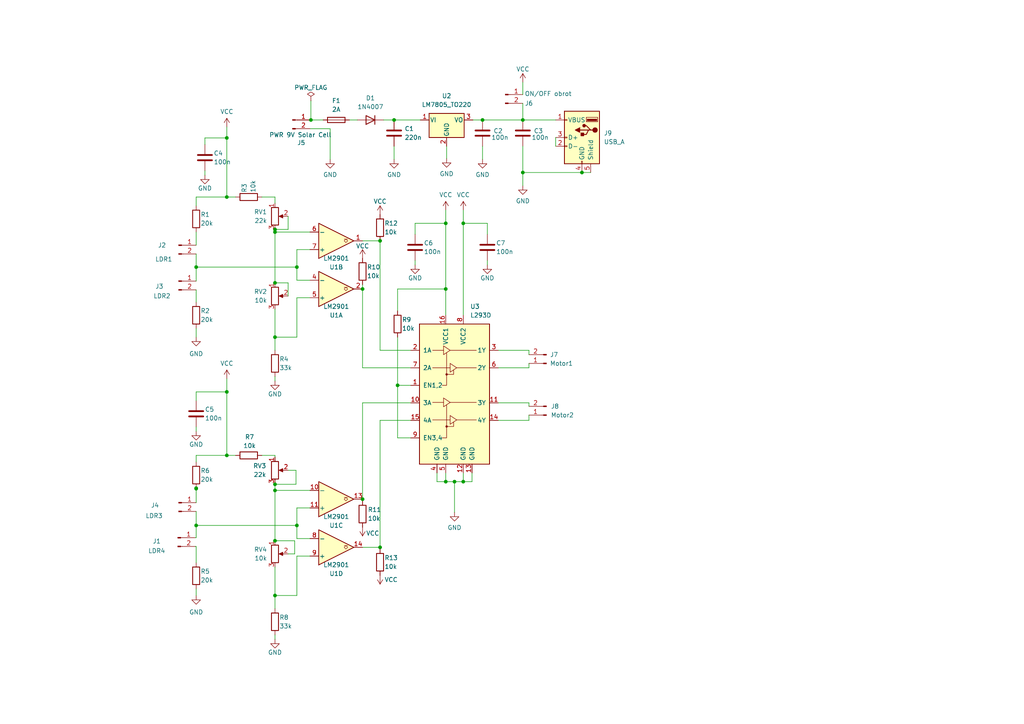
<source format=kicad_sch>
(kicad_sch (version 20211123) (generator eeschema)
  (paper "A4")
  (title_block (title "Dual axis solar tracker") (date "2022-11-30") (company "Damian Jarczok, Politechnika Wrocławska"))
  (lib_symbols
    (symbol "Comparator:LM2901" (pin_names (offset 0.127))
      (property "Reference" "U" (at 0 5.08 0))
      (property "Value" "LM2901" (at 0 -5.08 0))
      (symbol "LM2901_1_1"
        (polyline (pts (xy -5.08 5.08) (xy 5.08 0) (xy -5.08 -5.08) (xy -5.08 5.08)) (stroke (width 0.254)) (fill (type background)))
        (polyline (pts (xy 3.302 -0.508) (xy 2.794 -0.508) (xy 3.302 0) (xy 2.794 0.508) (xy 2.286 0) (xy 2.794 -0.508) (xy 2.286 -0.508)) (stroke (width 0.127)))
        (pin open_collector line (at 7.62 0 180) (length 2.54) (name "~") (number "2"))
        (pin input line (at -7.62 -2.54 0) (length 2.54) (name "-") (number "4"))
        (pin input line (at -7.62 2.54 0) (length 2.54) (name "+") (number "5"))
      )
      (symbol "LM2901_2_1"
        (polyline (pts (xy -5.08 5.08) (xy 5.08 0) (xy -5.08 -5.08) (xy -5.08 5.08)) (stroke (width 0.254)) (fill (type background)))
        (polyline (pts (xy 3.302 -0.508) (xy 2.794 -0.508) (xy 3.302 0) (xy 2.794 0.508) (xy 2.286 0) (xy 2.794 -0.508) (xy 2.286 -0.508)) (stroke (width 0.127)))
        (pin open_collector line (at 7.62 0 180) (length 2.54) (name "~") (number "1"))
        (pin input line (at -7.62 -2.54 0) (length 2.54) (name "-") (number "6"))
        (pin input line (at -7.62 2.54 0) (length 2.54) (name "+") (number "7"))
      )
      (symbol "LM2901_3_1"
        (polyline (pts (xy -5.08 5.08) (xy 5.08 0) (xy -5.08 -5.08) (xy -5.08 5.08)) (stroke (width 0.254)) (fill (type background)))
        (polyline (pts (xy 3.302 -0.508) (xy 2.794 -0.508) (xy 3.302 0) (xy 2.794 0.508) (xy 2.286 0) (xy 2.794 -0.508) (xy 2.286 -0.508)) (stroke (width 0.127)))
        (pin input line (at -7.62 -2.54 0) (length 2.54) (name "-") (number "10"))
        (pin input line (at -7.62 2.54 0) (length 2.54) (name "+") (number "11"))
        (pin open_collector line (at 7.62 0 180) (length 2.54) (name "~") (number "13"))
      )
      (symbol "LM2901_4_1"
        (polyline (pts (xy -5.08 5.08) (xy 5.08 0) (xy -5.08 -5.08) (xy -5.08 5.08)) (stroke (width 0.254)) (fill (type background)))
        (polyline (pts (xy 3.302 -0.508) (xy 2.794 -0.508) (xy 3.302 0) (xy 2.794 0.508) (xy 2.286 0) (xy 2.794 -0.508) (xy 2.286 -0.508)) (stroke (width 0.127)))
        (pin open_collector line (at 7.62 0 180) (length 2.54) (name "~") (number "14"))
        (pin input line (at -7.62 -2.54 0) (length 2.54) (name "-") (number "8"))
        (pin input line (at -7.62 2.54 0) (length 2.54) (name "+") (number "9"))
      )
      (symbol "LM2901_5_1"
        (pin power_in line (at -2.54 -7.62 90) (length 3.81) (name "V-") (number "12"))
        (pin power_in line (at -2.54 7.62 270) (length 3.81) (name "V+") (number "3"))
      )
    )
    (symbol "Connector:Conn_01x02_Male" (pin_names (offset 1.016) hide)
      (property "Reference" "J" (at 0 2.54 0))
      (property "Value" "Conn_01x02_Male" (at 0 -5.08 0))
      (symbol "Conn_01x02_Male_1_1"
        (polyline (pts (xy 1.27 -2.54) (xy 0.8636 -2.54)) (stroke (width 0.1524)))
        (polyline (pts (xy 1.27 0) (xy 0.8636 0)) (stroke (width 0.1524)))
        (rectangle (start 0.8636 -2.413) (end 0 -2.667) (stroke (width 0.1524)) (fill (type outline)))
        (rectangle (start 0.8636 0.127) (end 0 -0.127) (stroke (width 0.1524)) (fill (type outline)))
        (pin passive line (at 5.08 0 180) (length 3.81) (name "Pin_1") (number "1"))
        (pin passive line (at 5.08 -2.54 180) (length 3.81) (name "Pin_2") (number "2"))
      )
    )
    (symbol "Connector:USB_A" (pin_names (offset 1.016))
      (property "Reference" "J" (at -5.08 11.43 0))
      (property "Value" "USB_A" (at -5.08 8.89 0))
      (symbol "USB_A_0_1"
        (rectangle (start -5.08 -7.62) (end 5.08 7.62) (stroke (width 0.254)) (fill (type background)))
        (circle (center -3.81 2.159) (radius 0.635) (stroke (width 0.254)) (fill (type outline)))
        (rectangle (start -1.524 4.826) (end -4.318 5.334) (fill (type outline)))
        (rectangle (start -1.27 4.572) (end -4.572 5.842))
        (circle (center -0.635 3.429) (radius 0.381) (stroke (width 0.254)) (fill (type outline)))
        (rectangle (start -0.127 -7.62) (end 0.127 -6.858))
        (polyline (pts (xy -3.175 2.159) (xy -2.54 2.159) (xy -1.27 3.429) (xy -0.635 3.429)) (stroke (width 0.254)))
        (polyline (pts (xy -2.54 2.159) (xy -1.905 2.159) (xy -1.27 0.889) (xy 0 0.889)) (stroke (width 0.254)))
        (polyline (pts (xy 0.635 2.794) (xy 0.635 1.524) (xy 1.905 2.159) (xy 0.635 2.794)) (stroke (width 0.254)) (fill (type outline)))
        (rectangle (start 0.254 1.27) (end -0.508 0.508) (stroke (width 0.254)) (fill (type outline)))
        (rectangle (start 5.08 -2.667) (end 4.318 -2.413))
        (rectangle (start 5.08 -0.127) (end 4.318 0.127))
        (rectangle (start 5.08 4.953) (end 4.318 5.207))
      )
      (symbol "USB_A_1_1"
        (polyline (pts (xy -1.905 2.159) (xy 0.635 2.159)) (stroke (width 0.254)))
        (pin power_in line (at 7.62 5.08 180) (length 2.54) (name "VBUS") (number "1"))
        (pin bidirectional line (at 7.62 -2.54 180) (length 2.54) (name "D-") (number "2"))
        (pin bidirectional line (at 7.62 0 180) (length 2.54) (name "D+") (number "3"))
        (pin power_in line (at 0 -10.16 90) (length 2.54) (name "GND") (number "4"))
        (pin passive line (at -2.54 -10.16 90) (length 2.54) (name "Shield") (number "5"))
      )
    )
    (symbol "Device:C" (pin_numbers hide) (pin_names (offset 0.254))
      (property "Reference" "C" (at 0.635 2.54 0))
      (property "Value" "C" (at 0.635 -2.54 0))
      (symbol "C_0_1"
        (polyline (pts (xy -2.032 -0.762) (xy 2.032 -0.762)) (stroke (width 0.508)))
        (polyline (pts (xy -2.032 0.762) (xy 2.032 0.762)) (stroke (width 0.508)))
      )
      (symbol "C_1_1"
        (pin passive line (at 0 3.81 270) (length 2.794) (name "~") (number "1"))
        (pin passive line (at 0 -3.81 90) (length 2.794) (name "~") (number "2"))
      )
    )
    (symbol "Device:Fuse" (pin_numbers hide) (pin_names (offset 0))
      (property "Reference" "F" (at 2.032 0 90))
      (property "Value" "Fuse" (at -1.905 0 90))
      (symbol "Fuse_0_1"
        (rectangle (start -0.762 -2.54) (end 0.762 2.54) (stroke (width 0.254)))
        (polyline (pts (xy 0 2.54) (xy 0 -2.54)))
      )
      (symbol "Fuse_1_1"
        (pin passive line (at 0 3.81 270) (length 1.27) (name "~") (number "1"))
        (pin passive line (at 0 -3.81 90) (length 1.27) (name "~") (number "2"))
      )
    )
    (symbol "Device:R" (pin_numbers hide) (pin_names (offset 0))
      (property "Reference" "R" (at 2.032 0 90))
      (property "Value" "R" (at 0 0 90))
      (symbol "R_0_1"
        (rectangle (start -1.016 -2.54) (end 1.016 2.54) (stroke (width 0.254)))
      )
      (symbol "R_1_1"
        (pin passive line (at 0 3.81 270) (length 1.27) (name "~") (number "1"))
        (pin passive line (at 0 -3.81 90) (length 1.27) (name "~") (number "2"))
      )
    )
    (symbol "Device:R_Potentiometer" (pin_names (offset 1.016) hide)
      (property "Reference" "RV" (at -4.445 0 90))
      (property "Value" "R_Potentiometer" (at -2.54 0 90))
      (symbol "R_Potentiometer_0_1"
        (polyline (pts (xy 2.54 0) (xy 1.524 0)))
        (polyline (pts (xy 1.143 0) (xy 2.286 0.508) (xy 2.286 -0.508) (xy 1.143 0)) (fill (type outline)))
        (rectangle (start 1.016 2.54) (end -1.016 -2.54) (stroke (width 0.254)))
      )
      (symbol "R_Potentiometer_1_1"
        (pin passive line (at 0 3.81 270) (length 1.27) (name "1") (number "1"))
        (pin passive line (at 3.81 0 180) (length 1.27) (name "2") (number "2"))
        (pin passive line (at 0 -3.81 90) (length 1.27) (name "3") (number "3"))
      )
    )
    (symbol "Diode:1N4007" (pin_numbers hide) (pin_names hide)
      (property "Reference" "D" (at 0 2.54 0))
      (property "Value" "1N4007" (at 0 -2.54 0))
      (symbol "1N4007_0_1"
        (polyline (pts (xy -1.27 1.27) (xy -1.27 -1.27)) (stroke (width 0.254)))
        (polyline (pts (xy 1.27 0) (xy -1.27 0)))
        (polyline (pts (xy 1.27 1.27) (xy 1.27 -1.27) (xy -1.27 0) (xy 1.27 1.27)) (stroke (width 0.254)))
      )
      (symbol "1N4007_1_1"
        (pin passive line (at -3.81 0 0) (length 2.54) (name "K") (number "1"))
        (pin passive line (at 3.81 0 180) (length 2.54) (name "A") (number "2"))
      )
    )
    (symbol "Driver_Motor:L293D" (pin_names (offset 1.016))
      (property "Reference" "U" (at -5.08 26.035 0))
      (property "Value" "L293D" (at -5.08 24.13 0))
      (symbol "L293D_0_1"
        (rectangle (start -10.16 22.86) (end 10.16 -17.78) (stroke (width 0.254)) (fill (type background)))
        (circle (center -2.286 -6.858) (radius 0.254) (fill (type outline)))
        (circle (center -2.286 8.255) (radius 0.254) (fill (type outline)))
        (polyline (pts (xy -6.35 -4.953) (xy -1.27 -4.953)))
        (polyline (pts (xy -6.35 0.127) (xy -3.175 0.127)))
        (polyline (pts (xy -6.35 10.16) (xy -1.27 10.16)))
        (polyline (pts (xy -6.35 15.24) (xy -3.175 15.24)))
        (polyline (pts (xy -1.27 0.127) (xy 6.35 0.127)))
        (polyline (pts (xy -1.27 15.24) (xy 6.35 15.24)))
        (polyline (pts (xy 0.635 -4.953) (xy 6.35 -4.953)))
        (polyline (pts (xy 0.635 10.16) (xy 6.35 10.16)))
        (polyline (pts (xy -2.286 -6.858) (xy -0.254 -6.858) (xy -0.254 -5.588)))
        (polyline (pts (xy -2.286 -0.635) (xy -2.286 -10.16) (xy -3.556 -10.16)))
        (polyline (pts (xy -2.286 8.255) (xy -0.254 8.255) (xy -0.254 9.525)))
        (polyline (pts (xy -2.286 14.478) (xy -2.286 5.08) (xy -3.556 5.08)))
        (polyline (pts (xy -3.175 1.397) (xy -3.175 -1.143) (xy -1.27 0.127) (xy -3.175 1.397)))
        (polyline (pts (xy -3.175 16.51) (xy -3.175 13.97) (xy -1.27 15.24) (xy -3.175 16.51)))
        (polyline (pts (xy -1.27 -3.683) (xy -1.27 -6.223) (xy 0.635 -4.953) (xy -1.27 -3.683)))
        (polyline (pts (xy -1.27 11.43) (xy -1.27 8.89) (xy 0.635 10.16) (xy -1.27 11.43)))
      )
      (symbol "L293D_1_1"
        (pin input line (at -12.7 5.08 0) (length 2.54) (name "EN1,2") (number "1"))
        (pin input line (at -12.7 0 0) (length 2.54) (name "3A") (number "10"))
        (pin output line (at 12.7 0 180) (length 2.54) (name "3Y") (number "11"))
        (pin power_in line (at 2.54 -20.32 90) (length 2.54) (name "GND") (number "12"))
        (pin power_in line (at 5.08 -20.32 90) (length 2.54) (name "GND") (number "13"))
        (pin output line (at 12.7 -5.08 180) (length 2.54) (name "4Y") (number "14"))
        (pin input line (at -12.7 -5.08 0) (length 2.54) (name "4A") (number "15"))
        (pin power_in line (at -2.54 25.4 270) (length 2.54) (name "VCC1") (number "16"))
        (pin input line (at -12.7 15.24 0) (length 2.54) (name "1A") (number "2"))
        (pin output line (at 12.7 15.24 180) (length 2.54) (name "1Y") (number "3"))
        (pin power_in line (at -5.08 -20.32 90) (length 2.54) (name "GND") (number "4"))
        (pin power_in line (at -2.54 -20.32 90) (length 2.54) (name "GND") (number "5"))
        (pin output line (at 12.7 10.16 180) (length 2.54) (name "2Y") (number "6"))
        (pin input line (at -12.7 10.16 0) (length 2.54) (name "2A") (number "7"))
        (pin power_in line (at 2.54 25.4 270) (length 2.54) (name "VCC2") (number "8"))
        (pin input line (at -12.7 -10.16 0) (length 2.54) (name "EN3,4") (number "9"))
      )
    )
    (symbol "Regulator_Linear:LM7805_TO220" (pin_names (offset 0.254))
      (property "Reference" "U" (at -3.81 3.175 0))
      (property "Value" "LM7805_TO220" (at 0 3.175 0))
      (symbol "LM7805_TO220_0_1"
        (rectangle (start -5.08 1.905) (end 5.08 -5.08) (stroke (width 0.254)) (fill (type background)))
      )
      (symbol "LM7805_TO220_1_1"
        (pin power_in line (at -7.62 0 0) (length 2.54) (name "VI") (number "1"))
        (pin power_in line (at 0 -7.62 90) (length 2.54) (name "GND") (number "2"))
        (pin power_out line (at 7.62 0 180) (length 2.54) (name "VO") (number "3"))
      )
    )
    (symbol "power:GND" (power) (pin_names (offset 0))
      (property "Value" "GND" (at 0 -3.81 0))
      (symbol "GND_0_1"
        (polyline (pts (xy 0 0) (xy 0 -1.27) (xy 1.27 -1.27) (xy 0 -2.54) (xy -1.27 -1.27) (xy 0 -1.27)))
      )
      (symbol "GND_1_1"
        (pin power_in line (at 0 0 270) (length 0) hide (name "GND") (number "1"))
      )
    )
    (symbol "power:PWR_FLAG" (power) (pin_numbers hide) (pin_names (offset 0) hide)
      (property "Value" "PWR_FLAG" (at 0 3.81 0))
      (symbol "PWR_FLAG_0_0"
        (pin power_out line (at 0 0 90) (length 0) (name "pwr") (number "1"))
      )
      (symbol "PWR_FLAG_0_1"
        (polyline (pts (xy 0 0) (xy 0 1.27) (xy -1.016 1.905) (xy 0 2.54) (xy 1.016 1.905) (xy 0 1.27)))
      )
    )
    (symbol "power:VCC" (power) (pin_names (offset 0))
      (property "Value" "VCC" (at 0 3.81 0))
      (symbol "VCC_0_1"
        (polyline (pts (xy -0.762 1.27) (xy 0 2.54)))
        (polyline (pts (xy 0 0) (xy 0 2.54)))
        (polyline (pts (xy 0 2.54) (xy 0.762 1.27)))
      )
      (symbol "VCC_1_1"
        (pin power_in line (at 0 0 90) (length 0) hide (name "VCC") (number "1"))
      )
    )
  )
  (junction (at 79.756 97.79))
  (junction (at 168.783 50.038))
  (junction (at 129.286 83.82))
  (junction (at 131.826 139.7))
  (junction (at 134.366 139.7))
  (junction (at 86.106 77.47))
  (junction (at 56.896 77.47))
  (junction (at 79.756 156.845))
  (junction (at 56.896 141.732))
  (junction (at 79.756 172.72))
  (junction (at 151.638 50.038))
  (junction (at 65.786 132.08))
  (junction (at 65.786 113.665))
  (junction (at 115.316 111.76))
  (junction (at 90.17 34.798))
  (junction (at 105.156 144.78))
  (junction (at 79.756 140.462))
  (junction (at 56.896 141.605))
  (junction (at 79.756 142.24))
  (junction (at 79.756 66.548))
  (junction (at 129.286 64.77))
  (junction (at 129.286 139.7))
  (junction (at 151.638 34.798))
  (junction (at 110.236 69.85))
  (junction (at 56.896 152.4))
  (junction (at 65.786 40.005))
  (junction (at 114.3 34.798))
  (junction (at 134.366 64.77))
  (junction (at 86.106 152.4))
  (junction (at 110.236 158.75))
  (junction (at 79.756 67.31))
  (junction (at 79.756 82.042))
  (junction (at 105.156 83.82))
  (junction (at 65.786 57.15))
  (junction (at 139.954 34.798))
  (wire (pts (xy 110.236 121.92) (xy 119.126 121.92)))
  (wire (pts (xy 161.163 39.878) (xy 161.163 42.418)))
  (wire (pts (xy 120.396 64.77) (xy 129.286 64.77)))
  (wire (pts (xy 79.756 172.72) (xy 79.756 164.465)))
  (wire (pts (xy 110.236 121.92) (xy 110.236 158.75)))
  (wire (pts (xy 86.106 72.39) (xy 86.106 77.47)))
  (wire (pts (xy 56.896 141.732) (xy 57.15 141.732)))
  (wire (pts (xy 56.896 141.478) (xy 56.896 141.605)))
  (wire (pts (xy 105.156 144.78) (xy 105.156 145.288)))
  (wire (pts (xy 79.756 66.548) (xy 79.756 67.31)))
  (wire (pts (xy 115.316 83.82) (xy 129.286 83.82)))
  (wire (pts (xy 105.156 158.75) (xy 110.236 158.75)))
  (wire (pts (xy 86.106 97.79) (xy 79.756 97.79)))
  (wire (pts (xy 151.638 34.798) (xy 161.163 34.798)))
  (wire (pts (xy 65.786 36.83) (xy 65.786 40.005)))
  (wire (pts (xy 56.896 123.825) (xy 56.896 125.095)))
  (wire (pts (xy 56.896 77.47) (xy 86.106 77.47)))
  (wire (pts (xy 79.756 172.72) (xy 86.106 172.72)))
  (wire (pts (xy 105.156 116.84) (xy 119.126 116.84)))
  (wire (pts (xy 126.746 139.7) (xy 129.286 139.7)))
  (wire (pts (xy 131.826 139.7) (xy 131.826 148.59)))
  (wire (pts (xy 105.156 82.55) (xy 105.156 83.82)))
  (wire (pts (xy 56.896 73.66) (xy 56.896 77.47)))
  (wire (pts (xy 56.896 113.665) (xy 65.786 113.665)))
  (wire (pts (xy 115.316 111.76) (xy 115.316 127)))
  (wire (pts (xy 115.316 90.17) (xy 115.316 83.82)))
  (wire (pts (xy 56.896 116.205) (xy 56.896 113.665)))
  (wire (pts (xy 56.896 141.732) (xy 56.896 145.796)))
  (wire (pts (xy 89.916 72.39) (xy 86.106 72.39)))
  (wire (pts (xy 129.54 42.418) (xy 129.54 45.974)))
  (wire (pts (xy 153.416 116.84) (xy 153.416 117.856)))
  (wire (pts (xy 65.786 113.665) (xy 65.786 132.08)))
  (wire (pts (xy 141.351 67.945) (xy 141.351 64.77)))
  (wire (pts (xy 151.638 42.418) (xy 151.638 50.038)))
  (wire (pts (xy 65.786 40.005) (xy 65.786 57.15)))
  (wire (pts (xy 89.916 161.29) (xy 86.106 161.29)))
  (wire (pts (xy 120.396 75.565) (xy 120.396 76.835)))
  (wire (pts (xy 120.396 67.945) (xy 120.396 64.77)))
  (wire (pts (xy 168.783 50.038) (xy 171.323 50.038)))
  (wire (pts (xy 105.156 106.68) (xy 119.126 106.68)))
  (wire (pts (xy 89.916 37.338) (xy 95.758 37.338)))
  (wire (pts (xy 111.252 34.798) (xy 114.3 34.798)))
  (wire (pts (xy 144.526 121.92) (xy 153.416 121.92)))
  (wire (pts (xy 101.346 34.798) (xy 103.632 34.798)))
  (wire (pts (xy 114.3 42.418) (xy 114.3 46.228)))
  (wire (pts (xy 59.436 40.005) (xy 65.786 40.005)))
  (wire (pts (xy 79.756 142.24) (xy 79.756 156.845)))
  (wire (pts (xy 85.471 156.845) (xy 79.756 156.845)))
  (wire (pts (xy 56.896 172.72) (xy 56.896 170.815)))
  (wire (pts (xy 134.366 60.96) (xy 134.366 64.77)))
  (wire (pts (xy 129.286 83.82) (xy 129.286 91.44)))
  (wire (pts (xy 90.17 34.798) (xy 93.726 34.798)))
  (wire (pts (xy 89.916 34.798) (xy 90.17 34.798)))
  (wire (pts (xy 85.471 160.655) (xy 85.471 156.845)))
  (wire (pts (xy 56.896 148.336) (xy 56.896 152.4)))
  (wire (pts (xy 79.756 67.31) (xy 89.916 67.31)))
  (wire (pts (xy 65.786 132.08) (xy 68.326 132.08)))
  (wire (pts (xy 65.786 109.855) (xy 65.786 113.665)))
  (wire (pts (xy 56.896 152.4) (xy 56.896 155.956)))
  (wire (pts (xy 139.954 34.798) (xy 151.638 34.798)))
  (wire (pts (xy 119.126 127) (xy 115.316 127)))
  (wire (pts (xy 56.896 57.15) (xy 56.896 59.69)))
  (wire (pts (xy 86.106 161.29) (xy 86.106 172.72)))
  (wire (pts (xy 83.566 66.548) (xy 79.756 66.548)))
  (wire (pts (xy 114.3 34.798) (xy 121.92 34.798)))
  (wire (pts (xy 144.526 101.6) (xy 153.416 101.6)))
  (wire (pts (xy 129.286 64.77) (xy 129.286 83.82)))
  (wire (pts (xy 86.106 81.28) (xy 89.916 81.28)))
  (wire (pts (xy 83.566 136.398) (xy 85.852 136.398)))
  (wire (pts (xy 65.786 57.15) (xy 68.326 57.15)))
  (wire (pts (xy 151.638 50.038) (xy 168.783 50.038)))
  (wire (pts (xy 129.286 139.7) (xy 131.826 139.7)))
  (wire (pts (xy 89.916 86.36) (xy 86.106 86.36)))
  (wire (pts (xy 59.436 41.91) (xy 59.436 40.005)))
  (wire (pts (xy 75.946 57.15) (xy 79.756 57.15)))
  (wire (pts (xy 56.896 158.496) (xy 56.642 158.496)))
  (wire (pts (xy 86.106 86.36) (xy 86.106 97.79)))
  (wire (pts (xy 56.896 67.31) (xy 56.896 71.12)))
  (wire (pts (xy 105.156 69.85) (xy 110.236 69.85)))
  (wire (pts (xy 134.366 139.7) (xy 136.906 139.7)))
  (wire (pts (xy 83.566 82.042) (xy 79.756 82.042)))
  (wire (pts (xy 105.156 116.84) (xy 105.156 144.78)))
  (wire (pts (xy 129.286 137.16) (xy 129.286 139.7)))
  (wire (pts (xy 105.156 83.82) (xy 105.156 106.68)))
  (wire (pts (xy 56.896 141.605) (xy 56.896 141.732)))
  (wire (pts (xy 89.916 147.32) (xy 86.106 147.32)))
  (wire (pts (xy 153.416 105.41) (xy 153.416 106.68)))
  (wire (pts (xy 79.756 142.24) (xy 89.916 142.24)))
  (wire (pts (xy 79.756 140.462) (xy 85.852 140.462)))
  (wire (pts (xy 56.896 84.074) (xy 56.896 87.63)))
  (wire (pts (xy 141.351 75.565) (xy 141.351 76.835)))
  (wire (pts (xy 110.236 158.75) (xy 110.236 159.258)))
  (wire (pts (xy 56.896 132.08) (xy 56.896 133.985)))
  (wire (pts (xy 90.17 29.21) (xy 90.17 34.798)))
  (wire (pts (xy 134.366 64.77) (xy 134.366 91.44)))
  (wire (pts (xy 79.756 89.662) (xy 79.756 97.79)))
  (wire (pts (xy 79.756 132.08) (xy 79.756 132.588)))
  (wire (pts (xy 134.366 137.16) (xy 134.366 139.7)))
  (wire (pts (xy 56.896 57.15) (xy 65.786 57.15)))
  (wire (pts (xy 79.756 67.31) (xy 79.756 82.042)))
  (wire (pts (xy 79.756 172.72) (xy 79.756 176.53)))
  (wire (pts (xy 126.746 137.16) (xy 126.746 139.7)))
  (wire (pts (xy 79.756 140.208) (xy 79.756 140.462)))
  (wire (pts (xy 79.756 140.462) (xy 79.756 142.24)))
  (wire (pts (xy 153.416 121.92) (xy 153.416 120.396)))
  (wire (pts (xy 56.896 97.79) (xy 56.896 95.25)))
  (wire (pts (xy 56.642 155.956) (xy 56.896 155.956)))
  (wire (pts (xy 131.826 139.7) (xy 134.366 139.7)))
  (wire (pts (xy 79.756 57.15) (xy 79.756 58.928)))
  (wire (pts (xy 95.758 37.338) (xy 95.758 46.228)))
  (wire (pts (xy 86.106 77.47) (xy 86.106 81.28)))
  (wire (pts (xy 56.896 141.478) (xy 57.15 141.478)))
  (wire (pts (xy 144.526 106.68) (xy 153.416 106.68)))
  (wire (pts (xy 57.15 141.732) (xy 57.15 141.478)))
  (wire (pts (xy 86.106 156.21) (xy 89.916 156.21)))
  (wire (pts (xy 119.126 101.6) (xy 110.236 101.6)))
  (wire (pts (xy 115.316 111.76) (xy 119.126 111.76)))
  (wire (pts (xy 83.566 85.852) (xy 83.566 82.042)))
  (wire (pts (xy 59.436 49.53) (xy 59.436 50.8)))
  (wire (pts (xy 56.896 158.496) (xy 56.896 163.195)))
  (wire (pts (xy 115.316 97.79) (xy 115.316 111.76)))
  (wire (pts (xy 141.351 64.77) (xy 134.366 64.77)))
  (wire (pts (xy 151.638 50.038) (xy 151.638 53.848)))
  (wire (pts (xy 153.416 101.6) (xy 153.416 102.87)))
  (wire (pts (xy 83.566 160.655) (xy 85.471 160.655)))
  (wire (pts (xy 144.526 116.84) (xy 153.416 116.84)))
  (wire (pts (xy 151.638 29.972) (xy 151.638 34.798)))
  (wire (pts (xy 79.756 109.22) (xy 79.756 110.49)))
  (wire (pts (xy 79.756 97.79) (xy 79.756 101.6)))
  (wire (pts (xy 151.638 23.876) (xy 151.638 27.432)))
  (wire (pts (xy 110.236 69.85) (xy 110.236 101.6)))
  (wire (pts (xy 56.896 152.4) (xy 86.106 152.4)))
  (wire (pts (xy 137.16 34.798) (xy 139.954 34.798)))
  (wire (pts (xy 86.106 147.32) (xy 86.106 152.4)))
  (wire (pts (xy 86.106 152.4) (xy 86.106 156.21)))
  (wire (pts (xy 85.852 136.398) (xy 85.852 140.462)))
  (wire (pts (xy 56.896 77.47) (xy 56.896 81.534)))
  (wire (pts (xy 83.566 62.738) (xy 83.566 66.548)))
  (wire (pts (xy 129.286 60.96) (xy 129.286 64.77)))
  (wire (pts (xy 79.756 184.15) (xy 79.756 185.42)))
  (wire (pts (xy 136.906 137.16) (xy 136.906 139.7)))
  (wire (pts (xy 139.954 42.418) (xy 139.954 46.228)))
  (wire (pts (xy 56.896 132.08) (xy 65.786 132.08)))
  (wire (pts (xy 75.946 132.08) (xy 79.756 132.08)))
  (symbol (lib_id "Device:C") (at 114.3 38.608 0) (unit 1)
    (property "Reference" "C1" (at 117.348 37.3379 0) (effects (justify left)))
    (property "Value" "220n" (at 117.348 39.8779 0) (effects (justify left)))
    (property "Footprint" "Capacitor_Tantalum_SMD:CP_EIA-3216-18_Kemet-A" (effects hide))
  )
  (symbol (lib_id "power:VCC") (at 129.286 60.96 0) (unit 1)
    (property "Reference" "#PWR013" (effects hide))
    (property "Value" "VCC" (at 129.286 56.515 0))
  )
  (symbol (lib_id "Connector:Conn_01x02_Male") (at 51.816 145.796 0) (unit 1)
    (property "Reference" "J4" (at 44.958 146.558 0))
    (property "Value" "LDR3" (at 44.704 149.606 0))
    (property "Footprint" "Connector_JST:JST_XH_B2B-XH-A_1x02_P2.50mm_Vertical" (effects hide))
  )
  (symbol (lib_id "Comparator:LM2901") (at 97.536 144.78 0) (mirror x) (unit 3)
    (property "Reference" "U1" (at 97.536 152.4 0))
    (property "Value" "LM2901" (at 97.536 149.86 0))
    (property "Footprint" "Package_DIP:DIP-14_W7.62mm_Socket" (effects hide))
    (property "Datasheet" "https://www.st.com/resource/en/datasheet/lm2901.pdf" (effects hide))
  )
  (symbol (lib_id "Diode:1N4007") (at 107.442 34.798 180) (unit 1)
    (property "Reference" "D1" (at 107.442 28.448 0))
    (property "Value" "1N4007" (at 107.442 30.988 0))
    (property "Footprint" "Diode_THT:D_DO-41_SOD81_P10.16mm_Horizontal" (effects hide))
    (property "Datasheet" "http://www.vishay.com/docs/88503/1n4001.pdf" (effects hide))
  )
  (symbol (lib_id "power:GND") (at 141.351 76.835 0) (unit 1)
    (property "Reference" "#PWR018" (effects hide))
    (property "Value" "GND" (at 141.351 80.645 0))
  )
  (symbol (lib_id "Connector:Conn_01x02_Male") (at 158.496 120.396 180) (unit 1)
    (property "Reference" "J8" (at 159.766 117.8559 0) (effects (justify right)))
    (property "Value" "Motor2" (at 159.766 120.3959 0) (effects (justify right)))
    (property "Footprint" "Connector_JST:JST_XH_B2B-XH-A_1x02_P2.50mm_Vertical" (effects hide))
  )
  (symbol (lib_id "power:GND") (at 59.436 50.8 0) (unit 1)
    (property "Reference" "#PWR04" (effects hide))
    (property "Value" "GND" (at 59.436 54.61 0))
  )
  (symbol (lib_id "power:VCC") (at 134.366 60.96 0) (unit 1)
    (property "Reference" "#PWR015" (effects hide))
    (property "Value" "VCC" (at 134.366 56.515 0))
  )
  (symbol (lib_id "Device:R") (at 72.136 57.15 90) (unit 1)
    (property "Reference" "R3" (at 70.866 55.88 0) (effects (justify left)))
    (property "Value" "10k" (at 73.406 55.88 0) (effects (justify left)))
    (property "Footprint" "Resistor_THT:R_Axial_DIN0207_L6.3mm_D2.5mm_P10.16mm_Horizontal" (effects hide))
  )
  (symbol (lib_id "Connector:Conn_01x02_Male") (at 51.816 71.12 0) (unit 1)
    (property "Reference" "J2" (at 46.99 71.12 0))
    (property "Value" "LDR1" (at 47.498 75.184 0))
    (property "Footprint" "Connector_JST:JST_XH_B2B-XH-A_1x02_P2.50mm_Vertical" (effects hide))
  )
  (symbol (lib_id "Comparator:LM2901") (at 97.536 158.75 0) (mirror x) (unit 4)
    (property "Reference" "U1" (at 97.536 166.37 0))
    (property "Value" "LM2901" (at 97.536 163.83 0))
    (property "Footprint" "Package_DIP:DIP-14_W7.62mm_Socket" (effects hide))
    (property "Datasheet" "https://www.st.com/resource/en/datasheet/lm2901.pdf" (effects hide))
  )
  (symbol (lib_id "Device:R_Potentiometer") (at 79.756 136.398 0) (unit 1)
    (property "Reference" "RV3" (at 77.216 135.1279 0) (effects (justify right)))
    (property "Value" "22k" (at 77.216 137.6679 0) (effects (justify right)))
    (property "Footprint" "Potentiometer_THT:Potentiometer_Vishay_T73XW_Horizontal" (effects hide))
  )
  (symbol (lib_id "Device:R") (at 105.156 149.098 0) (unit 1)
    (property "Reference" "R11" (at 106.68 147.828 0) (effects (justify left)))
    (property "Value" "10k" (at 106.68 150.368 0) (effects (justify left)))
  )
  (symbol (lib_id "Device:R") (at 105.156 78.74 0) (unit 1)
    (property "Reference" "R10" (at 106.426 77.47 0) (effects (justify left)))
    (property "Value" "10k" (at 106.426 80.01 0) (effects (justify left)))
  )
  (symbol (lib_id "Device:R") (at 56.896 137.795 0) (unit 1)
    (property "Reference" "R6" (at 58.166 136.525 0) (effects (justify left)))
    (property "Value" "20k" (at 58.166 139.065 0) (effects (justify left)))
    (property "Footprint" "Resistor_THT:R_Axial_DIN0207_L6.3mm_D2.5mm_P10.16mm_Horizontal" (effects hide))
  )
  (symbol (lib_id "power:GND") (at 79.756 110.49 0) (unit 1)
    (property "Reference" "#PWR07" (effects hide))
    (property "Value" "GND" (at 79.756 114.3 0))
  )
  (symbol (lib_id "Device:R") (at 115.316 93.98 0) (unit 1)
    (property "Reference" "R9" (at 116.586 92.71 0) (effects (justify left)))
    (property "Value" "10k" (at 116.586 95.25 0) (effects (justify left)))
    (property "Footprint" "Resistor_THT:R_Axial_DIN0207_L6.3mm_D2.5mm_P10.16mm_Horizontal" (effects hide))
  )
  (symbol (lib_id "Device:R_Potentiometer") (at 79.756 62.738 0) (unit 1)
    (property "Reference" "RV1" (at 77.47 61.4679 0) (effects (justify right)))
    (property "Value" "22k" (at 77.47 64.0079 0) (effects (justify right)))
    (property "Footprint" "Potentiometer_THT:Potentiometer_Vishay_T73XW_Horizontal" (effects hide))
  )
  (symbol (lib_id "power:PWR_FLAG") (at 90.17 29.21 0) (unit 1)
    (property "Reference" "#FLG01" (effects hide))
    (property "Value" "PWR_FLAG" (at 90.17 25.4 0))
  )
  (symbol (lib_id "Device:C") (at 59.436 45.72 0) (unit 1)
    (property "Reference" "C4" (at 61.976 44.45 0) (effects (justify left)))
    (property "Value" "100n" (at 61.976 46.99 0) (effects (justify left)))
    (property "Footprint" "Capacitor_Tantalum_SMD:CP_EIA-3216-18_Kemet-A" (effects hide))
  )
  (symbol (lib_id "Device:R") (at 110.236 66.04 0) (unit 1)
    (property "Reference" "R12" (at 111.506 64.77 0) (effects (justify left)))
    (property "Value" "10k" (at 111.506 67.31 0) (effects (justify left)))
  )
  (symbol (lib_id "power:GND") (at 95.758 46.228 0) (unit 1)
    (property "Reference" "#PWR09" (effects hide))
    (property "Value" "GND" (at 95.758 50.673 0))
  )
  (symbol (lib_id "Connector:Conn_01x02_Male") (at 84.836 34.798 0) (unit 1)
    (property "Reference" "J5" (at 87.376 41.402 0))
    (property "Value" "PWR 9V Solar Cell" (at 87.122 39.116 0))
    (property "Footprint" "Connector_JST:JST_XH_B2B-XH-A_1x02_P2.50mm_Vertical" (effects hide))
  )
  (symbol (lib_id "power:VCC") (at 105.156 74.93 0) (unit 1)
    (property "Reference" "#PWR019" (effects hide))
    (property "Value" "VCC" (at 105.156 71.374 0))
  )
  (symbol (lib_id "Comparator:LM2901") (at 97.536 83.82 0) (mirror x) (unit 1)
    (property "Reference" "U1" (at 97.536 91.44 0))
    (property "Value" "LM2901" (at 97.536 88.9 0))
    (property "Footprint" "Package_DIP:DIP-14_W7.62mm_Socket" (effects hide))
    (property "Datasheet" "https://www.st.com/resource/en/datasheet/lm2901.pdf" (effects hide))
  )
  (symbol (lib_id "power:VCC") (at 65.786 36.83 0) (unit 1)
    (property "Reference" "#PWR05" (effects hide))
    (property "Value" "VCC" (at 65.786 32.385 0))
  )
  (symbol (lib_id "Device:R") (at 79.756 180.34 0) (unit 1)
    (property "Reference" "R8" (at 81.026 179.07 0) (effects (justify left)))
    (property "Value" "33k" (at 81.026 181.61 0) (effects (justify left)))
    (property "Footprint" "Resistor_THT:R_Axial_DIN0207_L6.3mm_D2.5mm_P10.16mm_Horizontal" (effects hide))
  )
  (symbol (lib_id "Device:C") (at 120.396 71.755 0) (unit 1)
    (property "Reference" "C6" (at 122.936 70.485 0) (effects (justify left)))
    (property "Value" "100n" (at 122.936 73.025 0) (effects (justify left)))
    (property "Footprint" "Capacitor_Tantalum_SMD:CP_EIA-3216-18_Kemet-A" (effects hide))
  )
  (symbol (lib_id "power:GND") (at 56.896 97.79 0) (unit 1)
    (property "Reference" "#PWR01" (effects hide))
    (property "Value" "GND" (at 56.896 102.616 0))
  )
  (symbol (lib_id "Device:C") (at 139.954 38.608 0) (unit 1)
    (property "Reference" "C2" (at 143.129 37.973 0) (effects (justify left)))
    (property "Value" "100n" (at 142.494 39.878 0) (effects (justify left)))
    (property "Footprint" "Capacitor_Tantalum_SMD:CP_EIA-3216-18_Kemet-A" (effects hide))
  )
  (symbol (lib_id "power:GND") (at 139.954 46.228 0) (unit 1)
    (property "Reference" "#PWR017" (effects hide))
    (property "Value" "GND" (at 139.954 50.673 0))
  )
  (symbol (lib_id "Device:R") (at 79.756 105.41 0) (unit 1)
    (property "Reference" "R4" (at 81.026 104.14 0) (effects (justify left)))
    (property "Value" "33k" (at 81.026 106.68 0) (effects (justify left)))
    (property "Footprint" "Resistor_THT:R_Axial_DIN0207_L6.3mm_D2.5mm_P10.16mm_Horizontal" (effects hide))
  )
  (symbol (lib_id "Driver_Motor:L293D") (at 131.826 116.84 0) (unit 1)
    (property "Reference" "U3" (at 136.3854 88.9 0) (effects (justify left)))
    (property "Value" "L293D" (at 136.3854 91.44 0) (effects (justify left)))
    (property "Footprint" "Package_DIP:DIP-16_W7.62mm_Socket" (effects hide))
    (property "Datasheet" "http://www.ti.com/lit/ds/symlink/l293.pdf" (effects hide))
  )
  (symbol (lib_id "power:VCC") (at 110.236 62.23 0) (unit 1)
    (property "Reference" "#PWR022" (effects hide))
    (property "Value" "VCC" (at 110.236 58.42 0))
  )
  (symbol (lib_id "Device:Fuse") (at 97.536 34.798 90) (unit 1)
    (property "Reference" "F1" (at 97.536 29.21 90))
    (property "Value" "2A" (at 97.536 31.75 90))
    (property "Footprint" "Fuse:Fuseholder_Littelfuse_Nano2_154x" (effects hide))
  )
  (symbol (lib_id "Comparator:LM2901") (at 97.536 69.85 0) (mirror x) (unit 2)
    (property "Reference" "U1" (at 97.536 77.47 0))
    (property "Value" "LM2901" (at 97.536 74.93 0))
    (property "Footprint" "Package_DIP:DIP-14_W7.62mm_Socket" (effects hide))
    (property "Datasheet" "https://www.st.com/resource/en/datasheet/lm2901.pdf" (effects hide))
  )
  (symbol (lib_id "Regulator_Linear:LM7805_TO220") (at 129.54 34.798 0) (unit 1)
    (property "Reference" "U2" (at 129.54 27.813 0))
    (property "Value" "LM7805_TO220" (at 129.54 30.353 0))
    (property "Footprint" "Package_TO_SOT_THT:TO-220-3_Horizontal_TabDown" (effects hide))
    (property "Datasheet" "https://www.onsemi.cn/PowerSolutions/document/MC7800-D.PDF" (effects hide))
  )
  (symbol (lib_id "Connector:Conn_01x02_Male") (at 51.816 81.534 0) (unit 1)
    (property "Reference" "J3" (at 46.228 83.058 0))
    (property "Value" "LDR2" (at 46.99 85.852 0))
    (property "Footprint" "Connector_JST:JST_XH_B2B-XH-A_1x02_P2.50mm_Vertical" (effects hide))
  )
  (symbol (lib_id "Device:C") (at 56.896 120.015 0) (unit 1)
    (property "Reference" "C5" (at 59.436 118.745 0) (effects (justify left)))
    (property "Value" "100n" (at 59.436 121.285 0) (effects (justify left)))
    (property "Footprint" "Capacitor_Tantalum_SMD:CP_EIA-3216-18_Kemet-A" (effects hide))
  )
  (symbol (lib_id "Device:R") (at 72.136 132.08 90) (unit 1)
    (property "Reference" "R7" (at 72.39 126.746 90))
    (property "Value" "10k" (at 72.39 129.286 90))
    (property "Footprint" "Resistor_THT:R_Axial_DIN0207_L6.3mm_D2.5mm_P10.16mm_Horizontal" (effects hide))
  )
  (symbol (lib_id "Connector:USB_A") (at 168.783 39.878 0) (mirror y) (unit 1)
    (property "Reference" "J9" (at 175.133 38.6079 0) (effects (justify right)))
    (property "Value" "USB_A" (at 175.133 41.1479 0) (effects (justify right)))
    (property "Footprint" "Connector_USB:USB_A_Molex_67643_Horizontal" (effects hide))
    (property "Datasheet" " ~" (effects hide))
  )
  (symbol (lib_id "Device:R_Potentiometer") (at 79.756 160.655 0) (unit 1)
    (property "Reference" "RV4" (at 77.47 159.3849 0) (effects (justify right)))
    (property "Value" "10k" (at 77.47 161.9249 0) (effects (justify right)))
    (property "Footprint" "Potentiometer_THT:Potentiometer_Vishay_T73XW_Horizontal" (effects hide))
  )
  (symbol (lib_id "power:GND") (at 56.896 172.72 0) (unit 1)
    (property "Reference" "#PWR03" (effects hide))
    (property "Value" "GND" (at 56.896 177.546 0))
  )
  (symbol (lib_id "Connector:Conn_01x02_Male") (at 158.496 105.41 180) (unit 1)
    (property "Reference" "J7" (at 159.512 102.8699 0) (effects (justify right)))
    (property "Value" "Motor1" (at 159.512 105.4099 0) (effects (justify right)))
    (property "Footprint" "Connector_JST:JST_XH_B2B-XH-A_1x02_P2.50mm_Vertical" (effects hide))
  )
  (symbol (lib_id "power:GND") (at 79.756 185.42 0) (unit 1)
    (property "Reference" "#PWR08" (effects hide))
    (property "Value" "GND" (at 79.756 189.23 0))
  )
  (symbol (lib_id "power:GND") (at 114.3 46.228 0) (unit 1)
    (property "Reference" "#PWR010" (effects hide))
    (property "Value" "GND" (at 114.3 50.673 0))
  )
  (symbol (lib_id "Device:R") (at 56.896 91.44 0) (unit 1)
    (property "Reference" "R2" (at 58.166 90.17 0) (effects (justify left)))
    (property "Value" "20k" (at 58.166 92.71 0) (effects (justify left)))
    (property "Footprint" "Resistor_THT:R_Axial_DIN0207_L6.3mm_D2.5mm_P10.16mm_Horizontal" (effects hide))
  )
  (symbol (lib_id "power:VCC") (at 105.156 152.908 180) (unit 1)
    (property "Reference" "#PWR021" (effects hide))
    (property "Value" "VCC" (at 106.172 154.686 0) (effects (justify right)))
  )
  (symbol (lib_id "power:GND") (at 129.54 45.974 0) (unit 1)
    (property "Reference" "#PWR012" (effects hide))
    (property "Value" "GND" (at 129.54 50.419 0))
  )
  (symbol (lib_id "power:GND") (at 131.826 148.59 0) (unit 1)
    (property "Reference" "#PWR014" (effects hide))
    (property "Value" "GND" (at 131.826 153.035 0))
  )
  (symbol (lib_id "power:VCC") (at 151.638 23.876 0) (unit 1)
    (property "Reference" "#PWR016" (effects hide))
    (property "Value" "VCC" (at 151.638 20.066 0))
  )
  (symbol (lib_id "Device:C") (at 151.638 38.608 0) (unit 1)
    (property "Reference" "C3" (at 154.813 37.973 0) (effects (justify left)))
    (property "Value" "100n" (at 154.178 39.878 0) (effects (justify left)))
    (property "Footprint" "Capacitor_Tantalum_SMD:CP_EIA-3216-18_Kemet-A" (effects hide))
  )
  (symbol (lib_id "power:VCC") (at 110.236 166.878 180) (unit 1)
    (property "Reference" "#PWR023" (effects hide))
    (property "Value" "VCC" (at 111.506 168.148 0) (effects (justify right)))
  )
  (symbol (lib_id "Connector:Conn_01x02_Male") (at 146.558 27.432 0) (unit 1)
    (property "Reference" "J6" (at 153.416 29.972 0))
    (property "Value" "ON/OFF obrot" (at 159.004 27.178 0))
    (property "Footprint" "Connector_JST:JST_XH_B2B-XH-A_1x02_P2.50mm_Vertical" (effects hide))
  )
  (symbol (lib_id "power:GND") (at 151.638 53.848 0) (unit 1)
    (property "Reference" "#PWR020" (effects hide))
    (property "Value" "GND" (at 151.638 58.293 0))
  )
  (symbol (lib_id "Connector:Conn_01x02_Male") (at 51.562 155.956 0) (unit 1)
    (property "Reference" "J1" (at 45.466 156.972 0))
    (property "Value" "LDR4" (at 45.466 159.766 0))
    (property "Footprint" "Connector_JST:JST_XH_B2B-XH-A_1x02_P2.50mm_Vertical" (effects hide))
  )
  (symbol (lib_id "Device:R") (at 110.236 163.068 0) (unit 1)
    (property "Reference" "R13" (at 111.506 161.798 0) (effects (justify left)))
    (property "Value" "10k" (at 111.506 164.338 0) (effects (justify left)))
  )
  (symbol (lib_id "power:GND") (at 120.396 76.835 0) (unit 1)
    (property "Reference" "#PWR011" (effects hide))
    (property "Value" "GND" (at 120.396 80.645 0))
  )
  (symbol (lib_id "Device:C") (at 141.351 71.755 0) (unit 1)
    (property "Reference" "C7" (at 143.891 70.485 0) (effects (justify left)))
    (property "Value" "100n" (at 143.891 73.025 0) (effects (justify left)))
    (property "Footprint" "Capacitor_Tantalum_SMD:CP_EIA-3216-18_Kemet-A" (effects hide))
  )
  (symbol (lib_id "power:GND") (at 56.896 125.095 0) (unit 1)
    (property "Reference" "#PWR02" (effects hide))
    (property "Value" "GND" (at 56.896 128.905 0))
  )
  (symbol (lib_id "Device:R") (at 56.896 63.5 0) (unit 1)
    (property "Reference" "R1" (at 58.166 62.23 0) (effects (justify left)))
    (property "Value" "20k" (at 58.166 64.77 0) (effects (justify left)))
    (property "Footprint" "Resistor_THT:R_Axial_DIN0207_L6.3mm_D2.5mm_P10.16mm_Horizontal" (effects hide))
  )
  (symbol (lib_id "power:VCC") (at 65.786 109.855 0) (unit 1)
    (property "Reference" "#PWR06" (effects hide))
    (property "Value" "VCC" (at 65.786 105.41 0))
  )
  (symbol (lib_id "Device:R") (at 56.896 167.005 0) (unit 1)
    (property "Reference" "R5" (at 58.166 165.735 0) (effects (justify left)))
    (property "Value" "20k" (at 58.166 168.275 0) (effects (justify left)))
    (property "Footprint" "Resistor_THT:R_Axial_DIN0207_L6.3mm_D2.5mm_P10.16mm_Horizontal" (effects hide))
  )
  (symbol (lib_id "Device:R_Potentiometer") (at 79.756 85.852 0) (unit 1)
    (property "Reference" "RV2" (at 77.47 84.5819 0) (effects (justify right)))
    (property "Value" "10k" (at 77.47 87.1219 0) (effects (justify right)))
    (property "Footprint" "Potentiometer_THT:Potentiometer_Vishay_T73XW_Horizontal" (effects hide))
  )
)
</source>
